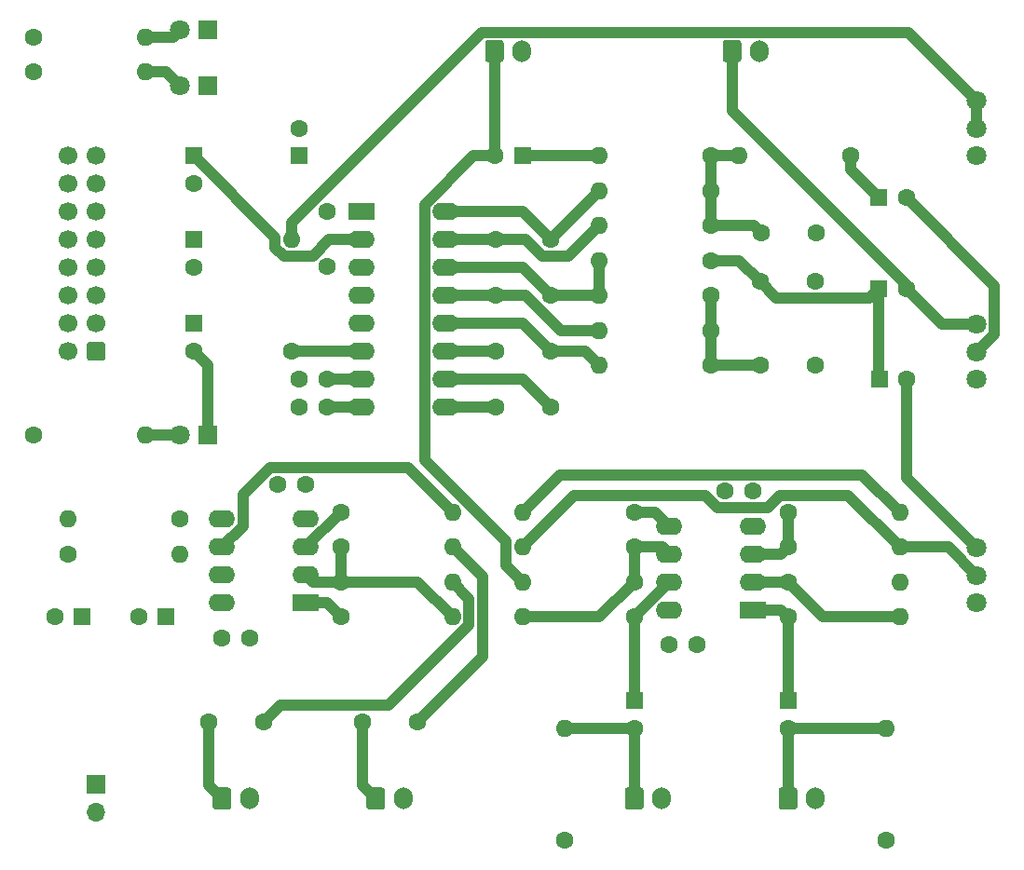
<source format=gtl>
G04 #@! TF.GenerationSoftware,KiCad,Pcbnew,(5.1.10)-1*
G04 #@! TF.CreationDate,2021-07-20T07:44:14+09:00*
G04 #@! TF.ProjectId,PT2399_Echo,50543233-3939-45f4-9563-686f2e6b6963,Ver. 1.0*
G04 #@! TF.SameCoordinates,Original*
G04 #@! TF.FileFunction,Copper,L1,Top*
G04 #@! TF.FilePolarity,Positive*
%FSLAX46Y46*%
G04 Gerber Fmt 4.6, Leading zero omitted, Abs format (unit mm)*
G04 Created by KiCad (PCBNEW (5.1.10)-1) date 2021-07-20 07:44:14*
%MOMM*%
%LPD*%
G01*
G04 APERTURE LIST*
G04 #@! TA.AperFunction,ComponentPad*
%ADD10C,1.600000*%
G04 #@! TD*
G04 #@! TA.AperFunction,ComponentPad*
%ADD11R,1.600000X1.600000*%
G04 #@! TD*
G04 #@! TA.AperFunction,ComponentPad*
%ADD12O,1.600000X1.600000*%
G04 #@! TD*
G04 #@! TA.AperFunction,ComponentPad*
%ADD13O,2.400000X1.600000*%
G04 #@! TD*
G04 #@! TA.AperFunction,ComponentPad*
%ADD14R,2.400000X1.600000*%
G04 #@! TD*
G04 #@! TA.AperFunction,ComponentPad*
%ADD15C,1.800000*%
G04 #@! TD*
G04 #@! TA.AperFunction,ComponentPad*
%ADD16O,1.700000X2.000000*%
G04 #@! TD*
G04 #@! TA.AperFunction,ComponentPad*
%ADD17O,1.700000X1.700000*%
G04 #@! TD*
G04 #@! TA.AperFunction,ComponentPad*
%ADD18R,1.700000X1.700000*%
G04 #@! TD*
G04 #@! TA.AperFunction,ComponentPad*
%ADD19C,1.700000*%
G04 #@! TD*
G04 #@! TA.AperFunction,ComponentPad*
%ADD20R,1.800000X1.800000*%
G04 #@! TD*
G04 #@! TA.AperFunction,Conductor*
%ADD21C,1.000000*%
G04 #@! TD*
G04 APERTURE END LIST*
D10*
G04 #@! TO.P,C8,2*
G04 #@! TO.N,FX_IN*
X141645000Y-71120000D03*
D11*
G04 #@! TO.P,C8,1*
G04 #@! TO.N,Net-(C8-Pad1)*
X144145000Y-71120000D03*
G04 #@! TD*
D12*
G04 #@! TO.P,R4,2*
G04 #@! TO.N,VGND*
X178435000Y-103505000D03*
D10*
G04 #@! TO.P,R4,1*
G04 #@! TO.N,Net-(R3-Pad1)*
X168275000Y-103505000D03*
G04 #@! TD*
G04 #@! TO.P,C23,2*
G04 #@! TO.N,Net-(C23-Pad2)*
X141685000Y-93980000D03*
G04 #@! TO.P,C23,1*
G04 #@! TO.N,Net-(C23-Pad1)*
X146685000Y-93980000D03*
G04 #@! TD*
G04 #@! TO.P,C20,2*
G04 #@! TO.N,Net-(C20-Pad2)*
X141685000Y-88900000D03*
G04 #@! TO.P,C20,1*
G04 #@! TO.N,Net-(C20-Pad1)*
X146685000Y-88900000D03*
G04 #@! TD*
G04 #@! TO.P,C11,2*
G04 #@! TO.N,Net-(C11-Pad2)*
X141685000Y-78740000D03*
G04 #@! TO.P,C11,1*
G04 #@! TO.N,Net-(C11-Pad1)*
X146685000Y-78740000D03*
G04 #@! TD*
G04 #@! TO.P,C24,2*
G04 #@! TO.N,GND*
X123865000Y-93980000D03*
G04 #@! TO.P,C24,1*
G04 #@! TO.N,Net-(C24-Pad1)*
X126365000Y-93980000D03*
G04 #@! TD*
G04 #@! TO.P,C22,2*
G04 #@! TO.N,GND*
X123865000Y-91440000D03*
G04 #@! TO.P,C22,1*
G04 #@! TO.N,Net-(C22-Pad1)*
X126365000Y-91440000D03*
G04 #@! TD*
G04 #@! TO.P,C9,2*
G04 #@! TO.N,GND*
X126365000Y-81200000D03*
G04 #@! TO.P,C9,1*
G04 #@! TO.N,+5V*
X126365000Y-76200000D03*
G04 #@! TD*
G04 #@! TO.P,C17,2*
G04 #@! TO.N,GND*
X101640000Y-113030000D03*
D11*
G04 #@! TO.P,C17,1*
G04 #@! TO.N,VGND*
X104140000Y-113030000D03*
G04 #@! TD*
D10*
G04 #@! TO.P,C16,2*
G04 #@! TO.N,GND*
X109260000Y-113030000D03*
D11*
G04 #@! TO.P,C16,1*
G04 #@! TO.N,Net-(C16-Pad1)*
X111760000Y-113030000D03*
G04 #@! TD*
D10*
G04 #@! TO.P,C15,2*
G04 #@! TO.N,Net-(C15-Pad2)*
X179030000Y-83185000D03*
D11*
G04 #@! TO.P,C15,1*
G04 #@! TO.N,Net-(C14-Pad1)*
X176530000Y-83185000D03*
G04 #@! TD*
D10*
G04 #@! TO.P,C14,2*
G04 #@! TO.N,Net-(C14-Pad2)*
X179070000Y-91440000D03*
D11*
G04 #@! TO.P,C14,1*
G04 #@! TO.N,Net-(C14-Pad1)*
X176570000Y-91440000D03*
G04 #@! TD*
D10*
G04 #@! TO.P,C12,2*
G04 #@! TO.N,GND*
X114300000Y-73620000D03*
D11*
G04 #@! TO.P,C12,1*
G04 #@! TO.N,Net-(C12-Pad1)*
X114300000Y-71120000D03*
G04 #@! TD*
D10*
G04 #@! TO.P,C10,2*
G04 #@! TO.N,Net-(C10-Pad2)*
X179030000Y-74930000D03*
D11*
G04 #@! TO.P,C10,1*
G04 #@! TO.N,Net-(C10-Pad1)*
X176530000Y-74930000D03*
G04 #@! TD*
D10*
G04 #@! TO.P,C7,2*
G04 #@! TO.N,-12V*
X114300000Y-88860000D03*
D11*
G04 #@! TO.P,C7,1*
G04 #@! TO.N,GND*
X114300000Y-86360000D03*
G04 #@! TD*
D10*
G04 #@! TO.P,C6,2*
G04 #@! TO.N,GND*
X114300000Y-81240000D03*
D11*
G04 #@! TO.P,C6,1*
G04 #@! TO.N,+12V*
X114300000Y-78740000D03*
G04 #@! TD*
D10*
G04 #@! TO.P,C3,2*
G04 #@! TO.N,Net-(C3-Pad2)*
X154305000Y-123150000D03*
D11*
G04 #@! TO.P,C3,1*
G04 #@! TO.N,Net-(C3-Pad1)*
X154305000Y-120650000D03*
G04 #@! TD*
D10*
G04 #@! TO.P,C1,2*
G04 #@! TO.N,Net-(C1-Pad2)*
X168275000Y-123150000D03*
D11*
G04 #@! TO.P,C1,1*
G04 #@! TO.N,Net-(C1-Pad1)*
X168275000Y-120650000D03*
G04 #@! TD*
D10*
G04 #@! TO.P,C21,2*
G04 #@! TO.N,GND*
X170735000Y-90170000D03*
G04 #@! TO.P,C21,1*
G04 #@! TO.N,Net-(C21-Pad1)*
X165735000Y-90170000D03*
G04 #@! TD*
G04 #@! TO.P,C4,2*
G04 #@! TO.N,Net-(C4-Pad2)*
X129620000Y-122555000D03*
G04 #@! TO.P,C4,1*
G04 #@! TO.N,Net-(C4-Pad1)*
X134620000Y-122555000D03*
G04 #@! TD*
G04 #@! TO.P,C2,2*
G04 #@! TO.N,Net-(C2-Pad2)*
X115650000Y-122555000D03*
G04 #@! TO.P,C2,1*
G04 #@! TO.N,Net-(C2-Pad1)*
X120650000Y-122555000D03*
G04 #@! TD*
G04 #@! TO.P,C28,2*
G04 #@! TO.N,-12V*
X124420000Y-100965000D03*
G04 #@! TO.P,C28,1*
G04 #@! TO.N,GND*
X121920000Y-100965000D03*
G04 #@! TD*
G04 #@! TO.P,C27,2*
G04 #@! TO.N,-12V*
X165060000Y-101600000D03*
G04 #@! TO.P,C27,1*
G04 #@! TO.N,GND*
X162560000Y-101600000D03*
G04 #@! TD*
G04 #@! TO.P,C26,2*
G04 #@! TO.N,GND*
X119340000Y-114935000D03*
G04 #@! TO.P,C26,1*
G04 #@! TO.N,+12V*
X116840000Y-114935000D03*
G04 #@! TD*
G04 #@! TO.P,C25,2*
G04 #@! TO.N,GND*
X159980000Y-115570000D03*
G04 #@! TO.P,C25,1*
G04 #@! TO.N,+12V*
X157480000Y-115570000D03*
G04 #@! TD*
G04 #@! TO.P,C19,2*
G04 #@! TO.N,GND*
X170735000Y-82550000D03*
G04 #@! TO.P,C19,1*
G04 #@! TO.N,Net-(C14-Pad1)*
X165735000Y-82550000D03*
G04 #@! TD*
G04 #@! TO.P,C18,2*
G04 #@! TO.N,Net-(C18-Pad2)*
X141685000Y-83820000D03*
G04 #@! TO.P,C18,1*
G04 #@! TO.N,Net-(C18-Pad1)*
X146685000Y-83820000D03*
G04 #@! TD*
D13*
G04 #@! TO.P,U3,16*
G04 #@! TO.N,Net-(C11-Pad1)*
X137160000Y-76200000D03*
G04 #@! TO.P,U3,8*
G04 #@! TO.N,Net-(C24-Pad1)*
X129540000Y-93980000D03*
G04 #@! TO.P,U3,15*
G04 #@! TO.N,Net-(C11-Pad2)*
X137160000Y-78740000D03*
G04 #@! TO.P,U3,7*
G04 #@! TO.N,Net-(C22-Pad1)*
X129540000Y-91440000D03*
G04 #@! TO.P,U3,14*
G04 #@! TO.N,Net-(C18-Pad1)*
X137160000Y-81280000D03*
G04 #@! TO.P,U3,6*
G04 #@! TO.N,Net-(R25-Pad1)*
X129540000Y-88900000D03*
G04 #@! TO.P,U3,13*
G04 #@! TO.N,Net-(C18-Pad2)*
X137160000Y-83820000D03*
G04 #@! TO.P,U3,5*
G04 #@! TO.N,N/C*
X129540000Y-86360000D03*
G04 #@! TO.P,U3,12*
G04 #@! TO.N,Net-(C20-Pad1)*
X137160000Y-86360000D03*
G04 #@! TO.P,U3,4*
G04 #@! TO.N,GND*
X129540000Y-83820000D03*
G04 #@! TO.P,U3,11*
G04 #@! TO.N,Net-(C20-Pad2)*
X137160000Y-88900000D03*
G04 #@! TO.P,U3,3*
G04 #@! TO.N,GND*
X129540000Y-81280000D03*
G04 #@! TO.P,U3,10*
G04 #@! TO.N,Net-(C23-Pad1)*
X137160000Y-91440000D03*
G04 #@! TO.P,U3,2*
G04 #@! TO.N,Net-(C12-Pad1)*
X129540000Y-78740000D03*
G04 #@! TO.P,U3,9*
G04 #@! TO.N,Net-(C23-Pad2)*
X137160000Y-93980000D03*
D14*
G04 #@! TO.P,U3,1*
G04 #@! TO.N,+5V*
X129540000Y-76200000D03*
G04 #@! TD*
D13*
G04 #@! TO.P,U2,8*
G04 #@! TO.N,+12V*
X116840000Y-111760000D03*
G04 #@! TO.P,U2,4*
G04 #@! TO.N,-12V*
X124460000Y-104140000D03*
G04 #@! TO.P,U2,7*
G04 #@! TO.N,VGND*
X116840000Y-109220000D03*
G04 #@! TO.P,U2,3*
G04 #@! TO.N,Net-(R14-Pad1)*
X124460000Y-106680000D03*
G04 #@! TO.P,U2,6*
G04 #@! TO.N,VGND*
X116840000Y-106680000D03*
G04 #@! TO.P,U2,2*
G04 #@! TO.N,Net-(R10-Pad1)*
X124460000Y-109220000D03*
G04 #@! TO.P,U2,5*
G04 #@! TO.N,Net-(C16-Pad1)*
X116840000Y-104140000D03*
D14*
G04 #@! TO.P,U2,1*
G04 #@! TO.N,FX_IN*
X124460000Y-111760000D03*
G04 #@! TD*
D13*
G04 #@! TO.P,U1,8*
G04 #@! TO.N,+12V*
X157480000Y-112395000D03*
G04 #@! TO.P,U1,4*
G04 #@! TO.N,-12V*
X165100000Y-104775000D03*
G04 #@! TO.P,U1,7*
G04 #@! TO.N,Net-(C3-Pad1)*
X157480000Y-109855000D03*
G04 #@! TO.P,U1,3*
G04 #@! TO.N,Net-(R3-Pad1)*
X165100000Y-107315000D03*
G04 #@! TO.P,U1,6*
G04 #@! TO.N,Net-(R13-Pad1)*
X157480000Y-107315000D03*
G04 #@! TO.P,U1,2*
G04 #@! TO.N,Net-(R1-Pad1)*
X165100000Y-109855000D03*
G04 #@! TO.P,U1,5*
G04 #@! TO.N,Net-(R12-Pad1)*
X157480000Y-104775000D03*
D14*
G04 #@! TO.P,U1,1*
G04 #@! TO.N,Net-(C1-Pad1)*
X165100000Y-112395000D03*
G04 #@! TD*
D15*
G04 #@! TO.P,RV3,1*
G04 #@! TO.N,GND*
X185420000Y-71120000D03*
G04 #@! TO.P,RV3,2*
G04 #@! TO.N,Net-(R25-Pad2)*
X185420000Y-68620000D03*
G04 #@! TO.P,RV3,3*
X185420000Y-66120000D03*
G04 #@! TD*
G04 #@! TO.P,RV2,1*
G04 #@! TO.N,GND*
X185420000Y-91440000D03*
G04 #@! TO.P,RV2,2*
G04 #@! TO.N,Net-(C10-Pad2)*
X185420000Y-88940000D03*
G04 #@! TO.P,RV2,3*
G04 #@! TO.N,Net-(C15-Pad2)*
X185420000Y-86440000D03*
G04 #@! TD*
G04 #@! TO.P,RV1,1*
G04 #@! TO.N,VGND*
X185420000Y-111760000D03*
G04 #@! TO.P,RV1,2*
G04 #@! TO.N,FX_OUT*
X185420000Y-109260000D03*
G04 #@! TO.P,RV1,3*
G04 #@! TO.N,Net-(C14-Pad2)*
X185420000Y-106760000D03*
G04 #@! TD*
D12*
G04 #@! TO.P,R28,2*
G04 #@! TO.N,Net-(D3-Pad2)*
X109855000Y-96520000D03*
D10*
G04 #@! TO.P,R28,1*
G04 #@! TO.N,GND*
X99695000Y-96520000D03*
G04 #@! TD*
D12*
G04 #@! TO.P,R27,2*
G04 #@! TO.N,Net-(D2-Pad2)*
X109855000Y-63500000D03*
D10*
G04 #@! TO.P,R27,1*
G04 #@! TO.N,+12V*
X99695000Y-63500000D03*
G04 #@! TD*
D12*
G04 #@! TO.P,R26,2*
G04 #@! TO.N,Net-(D1-Pad2)*
X109855000Y-60325000D03*
D10*
G04 #@! TO.P,R26,1*
G04 #@! TO.N,+5V*
X99695000Y-60325000D03*
G04 #@! TD*
D12*
G04 #@! TO.P,R25,2*
G04 #@! TO.N,Net-(R25-Pad2)*
X123190000Y-78740000D03*
D10*
G04 #@! TO.P,R25,1*
G04 #@! TO.N,Net-(R25-Pad1)*
X123190000Y-88900000D03*
G04 #@! TD*
D12*
G04 #@! TO.P,R24,2*
G04 #@! TO.N,Net-(C20-Pad1)*
X151130000Y-90170000D03*
D10*
G04 #@! TO.P,R24,1*
G04 #@! TO.N,Net-(C21-Pad1)*
X161290000Y-90170000D03*
G04 #@! TD*
D12*
G04 #@! TO.P,R23,2*
G04 #@! TO.N,Net-(C18-Pad2)*
X151130000Y-86995000D03*
D10*
G04 #@! TO.P,R23,1*
G04 #@! TO.N,Net-(C21-Pad1)*
X161290000Y-86995000D03*
G04 #@! TD*
D12*
G04 #@! TO.P,R22,2*
G04 #@! TO.N,Net-(C18-Pad1)*
X151130000Y-83820000D03*
D10*
G04 #@! TO.P,R22,1*
G04 #@! TO.N,Net-(C21-Pad1)*
X161290000Y-83820000D03*
G04 #@! TD*
D12*
G04 #@! TO.P,R21,2*
G04 #@! TO.N,Net-(C18-Pad1)*
X151130000Y-80645000D03*
D10*
G04 #@! TO.P,R21,1*
G04 #@! TO.N,Net-(C14-Pad1)*
X161290000Y-80645000D03*
G04 #@! TD*
D12*
G04 #@! TO.P,R20,2*
G04 #@! TO.N,Net-(C16-Pad1)*
X113030000Y-107315000D03*
D10*
G04 #@! TO.P,R20,1*
G04 #@! TO.N,GND*
X102870000Y-107315000D03*
G04 #@! TD*
D12*
G04 #@! TO.P,R19,2*
G04 #@! TO.N,Net-(C11-Pad2)*
X151130000Y-77470000D03*
D10*
G04 #@! TO.P,R19,1*
G04 #@! TO.N,Net-(C13-Pad2)*
X161290000Y-77470000D03*
G04 #@! TD*
D12*
G04 #@! TO.P,R18,2*
G04 #@! TO.N,+5V*
X102870000Y-104140000D03*
D10*
G04 #@! TO.P,R18,1*
G04 #@! TO.N,Net-(C16-Pad1)*
X113030000Y-104140000D03*
G04 #@! TD*
D12*
G04 #@! TO.P,R17,2*
G04 #@! TO.N,Net-(C13-Pad2)*
X163830000Y-71120000D03*
D10*
G04 #@! TO.P,R17,1*
G04 #@! TO.N,Net-(C10-Pad1)*
X173990000Y-71120000D03*
G04 #@! TD*
D12*
G04 #@! TO.P,R16,2*
G04 #@! TO.N,Net-(C11-Pad1)*
X151130000Y-74295000D03*
D10*
G04 #@! TO.P,R16,1*
G04 #@! TO.N,Net-(C13-Pad2)*
X161290000Y-74295000D03*
G04 #@! TD*
D12*
G04 #@! TO.P,R15,2*
G04 #@! TO.N,Net-(C8-Pad1)*
X151130000Y-71120000D03*
D10*
G04 #@! TO.P,R15,1*
G04 #@! TO.N,Net-(C13-Pad2)*
X161290000Y-71120000D03*
G04 #@! TD*
D12*
G04 #@! TO.P,R14,2*
G04 #@! TO.N,VGND*
X137795000Y-103505000D03*
D10*
G04 #@! TO.P,R14,1*
G04 #@! TO.N,Net-(R14-Pad1)*
X127635000Y-103505000D03*
G04 #@! TD*
D12*
G04 #@! TO.P,R13,2*
G04 #@! TO.N,FX_OUT*
X144145000Y-106680000D03*
D10*
G04 #@! TO.P,R13,1*
G04 #@! TO.N,Net-(R13-Pad1)*
X154305000Y-106680000D03*
G04 #@! TD*
D12*
G04 #@! TO.P,R12,2*
G04 #@! TO.N,VGND*
X144145000Y-103505000D03*
D10*
G04 #@! TO.P,R12,1*
G04 #@! TO.N,Net-(R12-Pad1)*
X154305000Y-103505000D03*
G04 #@! TD*
D12*
G04 #@! TO.P,R11,2*
G04 #@! TO.N,Net-(C3-Pad2)*
X147955000Y-123190000D03*
D10*
G04 #@! TO.P,R11,1*
G04 #@! TO.N,GND*
X147955000Y-133350000D03*
G04 #@! TD*
D12*
G04 #@! TO.P,R10,2*
G04 #@! TO.N,Net-(C4-Pad1)*
X137795000Y-106680000D03*
D10*
G04 #@! TO.P,R10,1*
G04 #@! TO.N,Net-(R10-Pad1)*
X127635000Y-106680000D03*
G04 #@! TD*
D12*
G04 #@! TO.P,R9,2*
G04 #@! TO.N,FX_IN*
X144145000Y-109855000D03*
D10*
G04 #@! TO.P,R9,1*
G04 #@! TO.N,Net-(R13-Pad1)*
X154305000Y-109855000D03*
G04 #@! TD*
D12*
G04 #@! TO.P,R8,2*
G04 #@! TO.N,Net-(R10-Pad1)*
X137795000Y-113030000D03*
D10*
G04 #@! TO.P,R8,1*
G04 #@! TO.N,FX_IN*
X127635000Y-113030000D03*
G04 #@! TD*
D12*
G04 #@! TO.P,R7,2*
G04 #@! TO.N,Net-(C2-Pad1)*
X137795000Y-109855000D03*
D10*
G04 #@! TO.P,R7,1*
G04 #@! TO.N,Net-(R10-Pad1)*
X127635000Y-109855000D03*
G04 #@! TD*
D12*
G04 #@! TO.P,R6,2*
G04 #@! TO.N,Net-(R13-Pad1)*
X144145000Y-113030000D03*
D10*
G04 #@! TO.P,R6,1*
G04 #@! TO.N,Net-(C3-Pad1)*
X154305000Y-113030000D03*
G04 #@! TD*
D12*
G04 #@! TO.P,R5,2*
G04 #@! TO.N,Net-(C1-Pad2)*
X177165000Y-123190000D03*
D10*
G04 #@! TO.P,R5,1*
G04 #@! TO.N,GND*
X177165000Y-133350000D03*
G04 #@! TD*
D12*
G04 #@! TO.P,R3,2*
G04 #@! TO.N,FX_OUT*
X178435000Y-106680000D03*
D10*
G04 #@! TO.P,R3,1*
G04 #@! TO.N,Net-(R3-Pad1)*
X168275000Y-106680000D03*
G04 #@! TD*
D12*
G04 #@! TO.P,R2,2*
G04 #@! TO.N,Net-(R1-Pad1)*
X178435000Y-113030000D03*
D10*
G04 #@! TO.P,R2,1*
G04 #@! TO.N,Net-(C1-Pad1)*
X168275000Y-113030000D03*
G04 #@! TD*
D12*
G04 #@! TO.P,R1,2*
G04 #@! TO.N,FX_IN*
X178435000Y-109855000D03*
D10*
G04 #@! TO.P,R1,1*
G04 #@! TO.N,Net-(R1-Pad1)*
X168275000Y-109855000D03*
G04 #@! TD*
D16*
G04 #@! TO.P,J8,2*
G04 #@! TO.N,GND*
X165695000Y-61595000D03*
G04 #@! TO.P,J8,1*
G04 #@! TO.N,Net-(C15-Pad2)*
G04 #@! TA.AperFunction,ComponentPad*
G36*
G01*
X162345000Y-62345000D02*
X162345000Y-60845000D01*
G75*
G02*
X162595000Y-60595000I250000J0D01*
G01*
X163795000Y-60595000D01*
G75*
G02*
X164045000Y-60845000I0J-250000D01*
G01*
X164045000Y-62345000D01*
G75*
G02*
X163795000Y-62595000I-250000J0D01*
G01*
X162595000Y-62595000D01*
G75*
G02*
X162345000Y-62345000I0J250000D01*
G01*
G37*
G04 #@! TD.AperFunction*
G04 #@! TD*
G04 #@! TO.P,J7,2*
G04 #@! TO.N,GND*
X144105000Y-61595000D03*
G04 #@! TO.P,J7,1*
G04 #@! TO.N,FX_IN*
G04 #@! TA.AperFunction,ComponentPad*
G36*
G01*
X140755000Y-62345000D02*
X140755000Y-60845000D01*
G75*
G02*
X141005000Y-60595000I250000J0D01*
G01*
X142205000Y-60595000D01*
G75*
G02*
X142455000Y-60845000I0J-250000D01*
G01*
X142455000Y-62345000D01*
G75*
G02*
X142205000Y-62595000I-250000J0D01*
G01*
X141005000Y-62595000D01*
G75*
G02*
X140755000Y-62345000I0J250000D01*
G01*
G37*
G04 #@! TD.AperFunction*
G04 #@! TD*
D17*
G04 #@! TO.P,J6,2*
G04 #@! TO.N,GND*
X105410000Y-130810000D03*
D18*
G04 #@! TO.P,J6,1*
X105410000Y-128270000D03*
G04 #@! TD*
D16*
G04 #@! TO.P,J5,2*
G04 #@! TO.N,GND*
X133310000Y-129540000D03*
G04 #@! TO.P,J5,1*
G04 #@! TO.N,Net-(C4-Pad2)*
G04 #@! TA.AperFunction,ComponentPad*
G36*
G01*
X129960000Y-130290000D02*
X129960000Y-128790000D01*
G75*
G02*
X130210000Y-128540000I250000J0D01*
G01*
X131410000Y-128540000D01*
G75*
G02*
X131660000Y-128790000I0J-250000D01*
G01*
X131660000Y-130290000D01*
G75*
G02*
X131410000Y-130540000I-250000J0D01*
G01*
X130210000Y-130540000D01*
G75*
G02*
X129960000Y-130290000I0J250000D01*
G01*
G37*
G04 #@! TD.AperFunction*
G04 #@! TD*
G04 #@! TO.P,J4,2*
G04 #@! TO.N,GND*
X156805000Y-129540000D03*
G04 #@! TO.P,J4,1*
G04 #@! TO.N,Net-(C3-Pad2)*
G04 #@! TA.AperFunction,ComponentPad*
G36*
G01*
X153455000Y-130290000D02*
X153455000Y-128790000D01*
G75*
G02*
X153705000Y-128540000I250000J0D01*
G01*
X154905000Y-128540000D01*
G75*
G02*
X155155000Y-128790000I0J-250000D01*
G01*
X155155000Y-130290000D01*
G75*
G02*
X154905000Y-130540000I-250000J0D01*
G01*
X153705000Y-130540000D01*
G75*
G02*
X153455000Y-130290000I0J250000D01*
G01*
G37*
G04 #@! TD.AperFunction*
G04 #@! TD*
G04 #@! TO.P,J3,2*
G04 #@! TO.N,GND*
X119340000Y-129540000D03*
G04 #@! TO.P,J3,1*
G04 #@! TO.N,Net-(C2-Pad2)*
G04 #@! TA.AperFunction,ComponentPad*
G36*
G01*
X115990000Y-130290000D02*
X115990000Y-128790000D01*
G75*
G02*
X116240000Y-128540000I250000J0D01*
G01*
X117440000Y-128540000D01*
G75*
G02*
X117690000Y-128790000I0J-250000D01*
G01*
X117690000Y-130290000D01*
G75*
G02*
X117440000Y-130540000I-250000J0D01*
G01*
X116240000Y-130540000D01*
G75*
G02*
X115990000Y-130290000I0J250000D01*
G01*
G37*
G04 #@! TD.AperFunction*
G04 #@! TD*
D19*
G04 #@! TO.P,J2,16*
G04 #@! TO.N,N/C*
X102870000Y-71120000D03*
G04 #@! TO.P,J2,14*
X102870000Y-73660000D03*
G04 #@! TO.P,J2,12*
G04 #@! TO.N,+5V*
X102870000Y-76200000D03*
G04 #@! TO.P,J2,10*
G04 #@! TO.N,+12V*
X102870000Y-78740000D03*
G04 #@! TO.P,J2,8*
G04 #@! TO.N,GND*
X102870000Y-81280000D03*
G04 #@! TO.P,J2,6*
X102870000Y-83820000D03*
G04 #@! TO.P,J2,4*
X102870000Y-86360000D03*
G04 #@! TO.P,J2,2*
G04 #@! TO.N,-12V*
X102870000Y-88900000D03*
G04 #@! TO.P,J2,15*
G04 #@! TO.N,N/C*
X105410000Y-71120000D03*
G04 #@! TO.P,J2,13*
X105410000Y-73660000D03*
G04 #@! TO.P,J2,11*
G04 #@! TO.N,+5V*
X105410000Y-76200000D03*
G04 #@! TO.P,J2,9*
G04 #@! TO.N,+12V*
X105410000Y-78740000D03*
G04 #@! TO.P,J2,7*
G04 #@! TO.N,GND*
X105410000Y-81280000D03*
G04 #@! TO.P,J2,5*
X105410000Y-83820000D03*
G04 #@! TO.P,J2,3*
X105410000Y-86360000D03*
G04 #@! TO.P,J2,1*
G04 #@! TO.N,-12V*
G04 #@! TA.AperFunction,ComponentPad*
G36*
G01*
X106260000Y-88300000D02*
X106260000Y-89500000D01*
G75*
G02*
X106010000Y-89750000I-250000J0D01*
G01*
X104810000Y-89750000D01*
G75*
G02*
X104560000Y-89500000I0J250000D01*
G01*
X104560000Y-88300000D01*
G75*
G02*
X104810000Y-88050000I250000J0D01*
G01*
X106010000Y-88050000D01*
G75*
G02*
X106260000Y-88300000I0J-250000D01*
G01*
G37*
G04 #@! TD.AperFunction*
G04 #@! TD*
D16*
G04 #@! TO.P,J1,2*
G04 #@! TO.N,GND*
X170775000Y-129540000D03*
G04 #@! TO.P,J1,1*
G04 #@! TO.N,Net-(C1-Pad2)*
G04 #@! TA.AperFunction,ComponentPad*
G36*
G01*
X167425000Y-130290000D02*
X167425000Y-128790000D01*
G75*
G02*
X167675000Y-128540000I250000J0D01*
G01*
X168875000Y-128540000D01*
G75*
G02*
X169125000Y-128790000I0J-250000D01*
G01*
X169125000Y-130290000D01*
G75*
G02*
X168875000Y-130540000I-250000J0D01*
G01*
X167675000Y-130540000D01*
G75*
G02*
X167425000Y-130290000I0J250000D01*
G01*
G37*
G04 #@! TD.AperFunction*
G04 #@! TD*
D15*
G04 #@! TO.P,D3,2*
G04 #@! TO.N,Net-(D3-Pad2)*
X113030000Y-96520000D03*
D20*
G04 #@! TO.P,D3,1*
G04 #@! TO.N,-12V*
X115570000Y-96520000D03*
G04 #@! TD*
D15*
G04 #@! TO.P,D2,2*
G04 #@! TO.N,Net-(D2-Pad2)*
X113030000Y-64770000D03*
D20*
G04 #@! TO.P,D2,1*
G04 #@! TO.N,GND*
X115570000Y-64770000D03*
G04 #@! TD*
D15*
G04 #@! TO.P,D1,2*
G04 #@! TO.N,Net-(D1-Pad2)*
X113030000Y-59690000D03*
D20*
G04 #@! TO.P,D1,1*
G04 #@! TO.N,GND*
X115570000Y-59690000D03*
G04 #@! TD*
D10*
G04 #@! TO.P,C13,2*
G04 #@! TO.N,Net-(C13-Pad2)*
X165815000Y-78105000D03*
G04 #@! TO.P,C13,1*
G04 #@! TO.N,GND*
X170815000Y-78105000D03*
G04 #@! TD*
G04 #@! TO.P,C5,2*
G04 #@! TO.N,GND*
X123825000Y-68620000D03*
D11*
G04 #@! TO.P,C5,1*
G04 #@! TO.N,+5V*
X123825000Y-71120000D03*
G04 #@! TD*
D21*
G04 #@! TO.N,Net-(C1-Pad2)*
X168275000Y-123150000D02*
X168275000Y-129540000D01*
X177125000Y-123150000D02*
X177165000Y-123190000D01*
X168275000Y-123150000D02*
X177125000Y-123150000D01*
G04 #@! TO.N,Net-(C1-Pad1)*
X167640000Y-112395000D02*
X168275000Y-113030000D01*
X165100000Y-112395000D02*
X167640000Y-112395000D01*
X168275000Y-113030000D02*
X168275000Y-120650000D01*
G04 #@! TO.N,Net-(C2-Pad2)*
X115650000Y-128350000D02*
X116840000Y-129540000D01*
X115650000Y-122555000D02*
X115650000Y-128350000D01*
G04 #@! TO.N,Net-(C2-Pad1)*
X139295001Y-111355001D02*
X137795000Y-109855000D01*
X139295001Y-113750001D02*
X139295001Y-111355001D01*
X131990003Y-121054999D02*
X139295001Y-113750001D01*
X122150001Y-121054999D02*
X131990003Y-121054999D01*
X120650000Y-122555000D02*
X122150001Y-121054999D01*
G04 #@! TO.N,Net-(C3-Pad2)*
X154265000Y-123190000D02*
X154305000Y-123150000D01*
X147955000Y-123190000D02*
X154265000Y-123190000D01*
X154305000Y-123150000D02*
X154305000Y-129540000D01*
G04 #@! TO.N,Net-(C3-Pad1)*
X157480000Y-109855000D02*
X154305000Y-113030000D01*
X154305000Y-113030000D02*
X154305000Y-120650000D01*
G04 #@! TO.N,Net-(C4-Pad2)*
X129620000Y-128350000D02*
X130810000Y-129540000D01*
X129620000Y-122555000D02*
X129620000Y-128350000D01*
G04 #@! TO.N,Net-(C4-Pad1)*
X140495011Y-109380011D02*
X137795000Y-106680000D01*
X140495011Y-116679989D02*
X140495011Y-109380011D01*
X134620000Y-122555000D02*
X140495011Y-116679989D01*
G04 #@! TO.N,-12V*
X115570000Y-90130000D02*
X114300000Y-88860000D01*
X115570000Y-96520000D02*
X115570000Y-90130000D01*
G04 #@! TO.N,FX_IN*
X141605000Y-71080000D02*
X141645000Y-71120000D01*
X141605000Y-61595000D02*
X141605000Y-71080000D01*
X142644999Y-106134997D02*
X142644999Y-108354999D01*
X135259990Y-98749988D02*
X142644999Y-106134997D01*
X135259990Y-75578676D02*
X135259990Y-98749988D01*
X139718666Y-71120000D02*
X135259990Y-75578676D01*
X142644999Y-108354999D02*
X144145000Y-109855000D01*
X141645000Y-71120000D02*
X139718666Y-71120000D01*
X126365000Y-111760000D02*
X127635000Y-113030000D01*
X124460000Y-111760000D02*
X126365000Y-111760000D01*
G04 #@! TO.N,Net-(C8-Pad1)*
X144145000Y-71120000D02*
X151130000Y-71120000D01*
G04 #@! TO.N,Net-(C10-Pad2)*
X187020001Y-87339999D02*
X185420000Y-88940000D01*
X187020001Y-82920001D02*
X187020001Y-87339999D01*
X179030000Y-74930000D02*
X187020001Y-82920001D01*
G04 #@! TO.N,Net-(C10-Pad1)*
X173990000Y-72390000D02*
X176530000Y-74930000D01*
X173990000Y-71120000D02*
X173990000Y-72390000D01*
G04 #@! TO.N,Net-(C11-Pad2)*
X137160000Y-78740000D02*
X141685000Y-78740000D01*
X148359999Y-80240001D02*
X151130000Y-77470000D01*
X145964999Y-80240001D02*
X148359999Y-80240001D01*
X144464998Y-78740000D02*
X145964999Y-80240001D01*
X141685000Y-78740000D02*
X144464998Y-78740000D01*
G04 #@! TO.N,Net-(C11-Pad1)*
X144145000Y-76200000D02*
X146685000Y-78740000D01*
X137160000Y-76200000D02*
X144145000Y-76200000D01*
X146685000Y-78740000D02*
X151130000Y-74295000D01*
G04 #@! TO.N,Net-(C12-Pad1)*
X125104997Y-80240001D02*
X126604998Y-78740000D01*
X122469999Y-80240001D02*
X125104997Y-80240001D01*
X121689999Y-79460001D02*
X122469999Y-80240001D01*
X126604998Y-78740000D02*
X129540000Y-78740000D01*
X121689999Y-78509999D02*
X121689999Y-79460001D01*
X114300000Y-71120000D02*
X121689999Y-78509999D01*
G04 #@! TO.N,Net-(C13-Pad2)*
X161290000Y-71120000D02*
X161290000Y-74295000D01*
X161290000Y-77470000D02*
X161290000Y-74295000D01*
X165180000Y-77470000D02*
X165815000Y-78105000D01*
X161290000Y-77470000D02*
X165180000Y-77470000D01*
X161290000Y-71120000D02*
X163830000Y-71120000D01*
G04 #@! TO.N,Net-(C14-Pad2)*
X179070000Y-100410000D02*
X185420000Y-106760000D01*
X179070000Y-91440000D02*
X179070000Y-100410000D01*
G04 #@! TO.N,Net-(C14-Pad1)*
X176530000Y-90765000D02*
X176570000Y-90805000D01*
X176530000Y-83185000D02*
X176530000Y-91400000D01*
X163830000Y-80645000D02*
X165735000Y-82550000D01*
X161290000Y-80645000D02*
X163830000Y-80645000D01*
X175664999Y-84050001D02*
X176530000Y-83185000D01*
X167235001Y-84050001D02*
X175664999Y-84050001D01*
X165735000Y-82550000D02*
X167235001Y-84050001D01*
G04 #@! TO.N,Net-(C15-Pad2)*
X179030000Y-82824998D02*
X179030000Y-83185000D01*
X163195000Y-66989998D02*
X179030000Y-82824998D01*
X163195000Y-61595000D02*
X163195000Y-66989998D01*
X182285000Y-86440000D02*
X179030000Y-83185000D01*
X185420000Y-86440000D02*
X182285000Y-86440000D01*
G04 #@! TO.N,Net-(C18-Pad2)*
X137160000Y-83820000D02*
X141685000Y-83820000D01*
X147639998Y-86995000D02*
X151130000Y-86995000D01*
X144464998Y-83820000D02*
X147639998Y-86995000D01*
X141685000Y-83820000D02*
X144464998Y-83820000D01*
G04 #@! TO.N,Net-(C18-Pad1)*
X144145000Y-81280000D02*
X146685000Y-83820000D01*
X137160000Y-81280000D02*
X144145000Y-81280000D01*
X146685000Y-83820000D02*
X151130000Y-83820000D01*
X151130000Y-80645000D02*
X151130000Y-83820000D01*
G04 #@! TO.N,Net-(C20-Pad2)*
X137160000Y-88900000D02*
X141685000Y-88900000D01*
G04 #@! TO.N,Net-(C20-Pad1)*
X144145000Y-86360000D02*
X146685000Y-88900000D01*
X137160000Y-86360000D02*
X144145000Y-86360000D01*
X149860000Y-88900000D02*
X151130000Y-90170000D01*
X146685000Y-88900000D02*
X149860000Y-88900000D01*
G04 #@! TO.N,Net-(C21-Pad1)*
X161290000Y-83820000D02*
X161290000Y-86995000D01*
X161290000Y-86995000D02*
X161290000Y-90170000D01*
X161290000Y-90170000D02*
X165735000Y-90170000D01*
G04 #@! TO.N,Net-(C22-Pad1)*
X129540000Y-91440000D02*
X126365000Y-91440000D01*
G04 #@! TO.N,Net-(C23-Pad2)*
X137160000Y-93980000D02*
X141685000Y-93980000D01*
G04 #@! TO.N,Net-(C23-Pad1)*
X144145000Y-91440000D02*
X146685000Y-93980000D01*
X137160000Y-91440000D02*
X144145000Y-91440000D01*
G04 #@! TO.N,Net-(C24-Pad1)*
X126365000Y-93980000D02*
X129540000Y-93980000D01*
G04 #@! TO.N,Net-(D1-Pad2)*
X112395000Y-60325000D02*
X113030000Y-59690000D01*
X109855000Y-60325000D02*
X112395000Y-60325000D01*
G04 #@! TO.N,Net-(D2-Pad2)*
X111760000Y-63500000D02*
X113030000Y-64770000D01*
X109855000Y-63500000D02*
X111760000Y-63500000D01*
G04 #@! TO.N,Net-(D3-Pad2)*
X109855000Y-96520000D02*
X113030000Y-96520000D01*
G04 #@! TO.N,Net-(R1-Pad1)*
X165100000Y-109855000D02*
X168275000Y-109855000D01*
X171450000Y-113030000D02*
X178435000Y-113030000D01*
X168275000Y-109855000D02*
X171450000Y-113030000D01*
G04 #@! TO.N,FX_OUT*
X173759999Y-102004999D02*
X178435000Y-106680000D01*
X167554999Y-102004999D02*
X173759999Y-102004999D01*
X166459997Y-103100001D02*
X167554999Y-102004999D01*
X161839999Y-103100001D02*
X166459997Y-103100001D01*
X160744997Y-102004999D02*
X161839999Y-103100001D01*
X148820001Y-102004999D02*
X160744997Y-102004999D01*
X144145000Y-106680000D02*
X148820001Y-102004999D01*
X182840000Y-106680000D02*
X185420000Y-109260000D01*
X178435000Y-106680000D02*
X182840000Y-106680000D01*
G04 #@! TO.N,Net-(R3-Pad1)*
X168275000Y-103505000D02*
X168275000Y-106680000D01*
X167640000Y-107315000D02*
X168275000Y-106680000D01*
X165100000Y-107315000D02*
X167640000Y-107315000D01*
G04 #@! TO.N,Net-(R13-Pad1)*
X151130000Y-113030000D02*
X154305000Y-109855000D01*
X144145000Y-113030000D02*
X151130000Y-113030000D01*
X154305000Y-106680000D02*
X154305000Y-109855000D01*
X156845000Y-106680000D02*
X157480000Y-107315000D01*
X154305000Y-106680000D02*
X156845000Y-106680000D01*
G04 #@! TO.N,Net-(R10-Pad1)*
X125095000Y-109855000D02*
X124460000Y-109220000D01*
X127635000Y-109855000D02*
X125095000Y-109855000D01*
X127635000Y-106680000D02*
X127635000Y-109855000D01*
X134620000Y-109855000D02*
X137795000Y-113030000D01*
X127635000Y-109855000D02*
X134620000Y-109855000D01*
G04 #@! TO.N,Net-(R12-Pad1)*
X156210000Y-103505000D02*
X157480000Y-104775000D01*
X154305000Y-103505000D02*
X156210000Y-103505000D01*
G04 #@! TO.N,Net-(R14-Pad1)*
X124460000Y-106680000D02*
X127635000Y-103505000D01*
G04 #@! TO.N,Net-(R25-Pad2)*
X179194990Y-59894990D02*
X185420000Y-66120000D01*
X140450008Y-59894990D02*
X179194990Y-59894990D01*
X123190000Y-77154998D02*
X140450008Y-59894990D01*
X123190000Y-78740000D02*
X123190000Y-77154998D01*
X185420000Y-66120000D02*
X185420000Y-68620000D01*
G04 #@! TO.N,Net-(R25-Pad1)*
X129540000Y-88900000D02*
X123190000Y-88900000D01*
G04 #@! TO.N,VGND*
X133754999Y-99464999D02*
X137795000Y-103505000D01*
X118740010Y-101924988D02*
X121199999Y-99464999D01*
X121199999Y-99464999D02*
X133754999Y-99464999D01*
X118740010Y-104779990D02*
X118740010Y-101924988D01*
X116840000Y-106680000D02*
X118740010Y-104779990D01*
X147550001Y-100099999D02*
X144145000Y-103505000D01*
X175029999Y-100099999D02*
X147550001Y-100099999D01*
X178435000Y-103505000D02*
X175029999Y-100099999D01*
G04 #@! TD*
M02*

</source>
